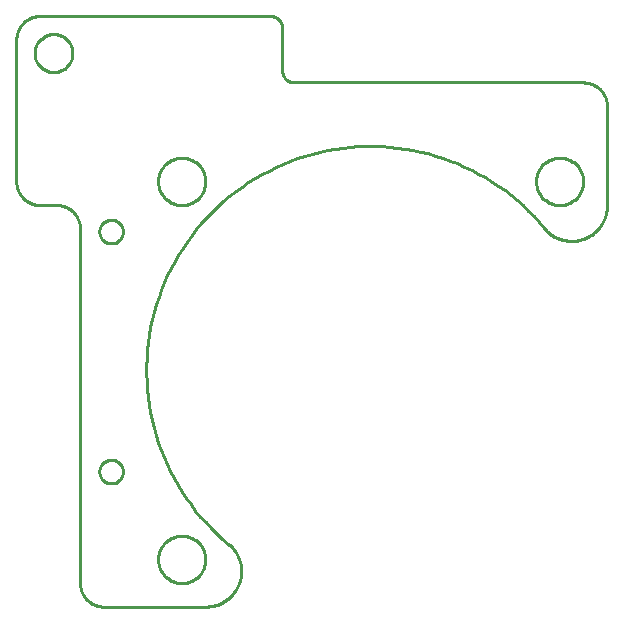
<source format=gbr>
G04 EAGLE Gerber RS-274X export*
G75*
%MOMM*%
%FSLAX34Y34*%
%LPD*%
%IN*%
%IPPOS*%
%AMOC8*
5,1,8,0,0,1.08239X$1,22.5*%
G01*
%ADD10C,0.254000*%


D10*
X-4000Y360000D02*
X-3988Y359317D01*
X-3953Y358635D01*
X-3895Y357955D01*
X-3814Y357277D01*
X-3709Y356602D01*
X-3582Y355931D01*
X-3431Y355265D01*
X-3258Y354604D01*
X-3063Y353950D01*
X-2845Y353302D01*
X-2606Y352663D01*
X-2344Y352032D01*
X-2062Y351410D01*
X-1758Y350799D01*
X-1433Y350198D01*
X-1088Y349608D01*
X-724Y349031D01*
X-339Y348466D01*
X64Y347915D01*
X486Y347378D01*
X926Y346856D01*
X1383Y346349D01*
X1858Y345858D01*
X2349Y345383D01*
X2856Y344926D01*
X3378Y344486D01*
X3915Y344064D01*
X4466Y343661D01*
X5031Y343276D01*
X5608Y342912D01*
X6198Y342567D01*
X6799Y342242D01*
X7410Y341939D01*
X8032Y341656D01*
X8663Y341394D01*
X9302Y341155D01*
X9950Y340937D01*
X10604Y340742D01*
X11265Y340569D01*
X11931Y340418D01*
X12602Y340291D01*
X13277Y340186D01*
X13955Y340105D01*
X14635Y340047D01*
X15317Y340012D01*
X16000Y340000D01*
X30000Y340000D01*
X30683Y339988D01*
X31365Y339953D01*
X32045Y339895D01*
X32723Y339814D01*
X33398Y339709D01*
X34069Y339582D01*
X34735Y339431D01*
X35396Y339258D01*
X36050Y339063D01*
X36698Y338845D01*
X37337Y338606D01*
X37968Y338344D01*
X38590Y338062D01*
X39201Y337758D01*
X39802Y337433D01*
X40392Y337088D01*
X40969Y336724D01*
X41534Y336339D01*
X42085Y335936D01*
X42622Y335514D01*
X43144Y335074D01*
X43651Y334617D01*
X44142Y334142D01*
X44617Y333651D01*
X45074Y333144D01*
X45514Y332622D01*
X45936Y332085D01*
X46339Y331534D01*
X46724Y330969D01*
X47088Y330392D01*
X47433Y329802D01*
X47758Y329201D01*
X48062Y328590D01*
X48344Y327968D01*
X48606Y327337D01*
X48845Y326698D01*
X49063Y326050D01*
X49258Y325396D01*
X49431Y324735D01*
X49582Y324069D01*
X49709Y323398D01*
X49814Y322723D01*
X49895Y322045D01*
X49953Y321365D01*
X49988Y320683D01*
X50000Y320000D01*
X50000Y20000D01*
X50012Y19317D01*
X50047Y18635D01*
X50105Y17955D01*
X50186Y17277D01*
X50291Y16602D01*
X50418Y15931D01*
X50569Y15265D01*
X50742Y14604D01*
X50937Y13950D01*
X51155Y13302D01*
X51394Y12663D01*
X51656Y12032D01*
X51939Y11410D01*
X52242Y10799D01*
X52567Y10198D01*
X52912Y9608D01*
X53276Y9031D01*
X53661Y8466D01*
X54064Y7915D01*
X54486Y7378D01*
X54926Y6856D01*
X55383Y6349D01*
X55858Y5858D01*
X56349Y5383D01*
X56856Y4926D01*
X57378Y4486D01*
X57915Y4064D01*
X58466Y3661D01*
X59031Y3276D01*
X59608Y2912D01*
X60198Y2567D01*
X60799Y2242D01*
X61410Y1939D01*
X62032Y1656D01*
X62663Y1394D01*
X63302Y1155D01*
X63950Y937D01*
X64604Y742D01*
X65265Y569D01*
X65931Y418D01*
X66602Y291D01*
X67277Y186D01*
X67955Y105D01*
X68635Y47D01*
X69317Y12D01*
X70000Y0D01*
X156358Y0D01*
X157394Y18D01*
X158430Y72D01*
X159463Y161D01*
X160492Y286D01*
X161516Y447D01*
X162534Y643D01*
X163545Y874D01*
X164547Y1140D01*
X165540Y1440D01*
X166521Y1774D01*
X167490Y2142D01*
X168446Y2544D01*
X169388Y2978D01*
X170314Y3444D01*
X171223Y3942D01*
X172115Y4471D01*
X172988Y5031D01*
X173840Y5621D01*
X174672Y6239D01*
X175483Y6886D01*
X176270Y7561D01*
X177033Y8263D01*
X177772Y8990D01*
X178485Y9743D01*
X179172Y10519D01*
X179832Y11319D01*
X180463Y12142D01*
X181066Y12985D01*
X181639Y13849D01*
X182182Y14733D01*
X182694Y15634D01*
X183175Y16553D01*
X183624Y17487D01*
X184040Y18437D01*
X184423Y19400D01*
X184772Y20377D01*
X185088Y21364D01*
X185369Y22362D01*
X185616Y23369D01*
X185827Y24384D01*
X186004Y25406D01*
X186145Y26433D01*
X186250Y27465D01*
X186320Y28499D01*
X186354Y29535D01*
X186352Y30572D01*
X186315Y31608D01*
X186241Y32642D01*
X186132Y33673D01*
X185987Y34700D01*
X185807Y35721D01*
X185592Y36735D01*
X185342Y37742D01*
X185057Y38739D01*
X184738Y39725D01*
X184385Y40700D01*
X183998Y41662D01*
X183579Y42610D01*
X183127Y43543D01*
X182643Y44460D01*
X182127Y45360D01*
X181581Y46241D01*
X181005Y47103D01*
X180399Y47945D01*
X179765Y48765D01*
X179102Y49562D01*
X178413Y50337D01*
X177697Y51086D01*
X176955Y51811D01*
X176189Y52510D01*
X175400Y53182D01*
X170370Y57462D01*
X165492Y61914D01*
X160772Y66533D01*
X156215Y71314D01*
X151827Y76249D01*
X147614Y81335D01*
X143579Y86563D01*
X139729Y91929D01*
X136067Y97425D01*
X132599Y103046D01*
X129328Y108783D01*
X126259Y114631D01*
X123394Y120581D01*
X120739Y126628D01*
X118295Y132763D01*
X116065Y138980D01*
X114053Y145270D01*
X112261Y151627D01*
X110691Y158042D01*
X109345Y164507D01*
X108224Y171016D01*
X107330Y177559D01*
X106664Y184130D01*
X106227Y190720D01*
X106019Y197321D01*
X106041Y203925D01*
X106292Y210524D01*
X106772Y217111D01*
X107481Y223677D01*
X108418Y230214D01*
X109581Y236715D01*
X110970Y243172D01*
X112582Y249577D01*
X114416Y255921D01*
X116469Y262198D01*
X118739Y268400D01*
X121223Y274519D01*
X123919Y280548D01*
X126822Y286480D01*
X129930Y292307D01*
X133238Y298023D01*
X136743Y303621D01*
X140441Y309093D01*
X144326Y314433D01*
X148395Y319635D01*
X152642Y324693D01*
X157062Y329600D01*
X161650Y334350D01*
X166400Y338938D01*
X171307Y343359D01*
X176365Y347606D01*
X181567Y351674D01*
X186907Y355560D01*
X192379Y359257D01*
X197977Y362762D01*
X203693Y366070D01*
X209520Y369178D01*
X215452Y372081D01*
X221481Y374777D01*
X227600Y377261D01*
X233802Y379531D01*
X240079Y381584D01*
X246424Y383418D01*
X252828Y385030D01*
X259285Y386419D01*
X265786Y387582D01*
X272323Y388519D01*
X278889Y389228D01*
X285476Y389708D01*
X292075Y389960D01*
X298680Y389981D01*
X305281Y389773D01*
X311870Y389336D01*
X318441Y388670D01*
X324984Y387776D01*
X331493Y386656D01*
X337958Y385309D01*
X344373Y383739D01*
X350730Y381947D01*
X357020Y379935D01*
X363237Y377706D01*
X369372Y375261D01*
X375419Y372606D01*
X381369Y369741D01*
X387217Y366672D01*
X392954Y363401D01*
X398575Y359933D01*
X404071Y356271D01*
X409437Y352421D01*
X414665Y348386D01*
X419751Y344173D01*
X424687Y339785D01*
X429467Y335228D01*
X434086Y330508D01*
X438538Y325630D01*
X442818Y320600D01*
X443490Y319811D01*
X444189Y319045D01*
X444914Y318303D01*
X445664Y317587D01*
X446438Y316898D01*
X447236Y316235D01*
X448056Y315601D01*
X448897Y314995D01*
X449759Y314419D01*
X450640Y313873D01*
X451540Y313357D01*
X452457Y312873D01*
X453390Y312421D01*
X454338Y312002D01*
X455300Y311615D01*
X456275Y311262D01*
X457262Y310943D01*
X458258Y310659D01*
X459265Y310408D01*
X460279Y310193D01*
X461300Y310013D01*
X462327Y309868D01*
X463358Y309759D01*
X464392Y309686D01*
X465428Y309648D01*
X466465Y309646D01*
X467501Y309680D01*
X468536Y309750D01*
X469567Y309855D01*
X470594Y309996D01*
X471616Y310173D01*
X472631Y310384D01*
X473638Y310631D01*
X474636Y310912D01*
X475623Y311228D01*
X476600Y311577D01*
X477563Y311960D01*
X478513Y312376D01*
X479447Y312825D01*
X480366Y313306D01*
X481268Y313818D01*
X482151Y314361D01*
X483015Y314934D01*
X483858Y315537D01*
X484681Y316168D01*
X485481Y316828D01*
X486257Y317515D01*
X487010Y318228D01*
X487737Y318967D01*
X488439Y319730D01*
X489114Y320518D01*
X489761Y321328D01*
X490379Y322160D01*
X490969Y323013D01*
X491529Y323885D01*
X492058Y324777D01*
X492556Y325686D01*
X493022Y326612D01*
X493457Y327554D01*
X493858Y328510D01*
X494226Y329479D01*
X494560Y330460D01*
X494861Y331453D01*
X495126Y332455D01*
X495357Y333466D01*
X495553Y334484D01*
X495714Y335508D01*
X495839Y336537D01*
X495928Y337570D01*
X495982Y338606D01*
X496000Y339642D01*
X496000Y423810D01*
X495988Y424493D01*
X495953Y425175D01*
X495895Y425855D01*
X495814Y426533D01*
X495709Y427208D01*
X495582Y427879D01*
X495431Y428545D01*
X495258Y429206D01*
X495063Y429860D01*
X494845Y430508D01*
X494606Y431147D01*
X494344Y431778D01*
X494062Y432400D01*
X493758Y433011D01*
X493433Y433612D01*
X493088Y434202D01*
X492724Y434779D01*
X492339Y435344D01*
X491936Y435895D01*
X491514Y436432D01*
X491074Y436954D01*
X490617Y437461D01*
X490142Y437952D01*
X489651Y438427D01*
X489144Y438884D01*
X488622Y439324D01*
X488085Y439746D01*
X487534Y440149D01*
X486969Y440534D01*
X486392Y440898D01*
X485802Y441243D01*
X485201Y441568D01*
X484590Y441872D01*
X483968Y442154D01*
X483337Y442416D01*
X482698Y442655D01*
X482050Y442873D01*
X481396Y443068D01*
X480735Y443241D01*
X480069Y443392D01*
X479398Y443519D01*
X478723Y443624D01*
X478045Y443705D01*
X477365Y443763D01*
X476683Y443798D01*
X476000Y443810D01*
X231080Y443810D01*
X230739Y443816D01*
X230398Y443833D01*
X230057Y443862D01*
X229718Y443903D01*
X229381Y443955D01*
X229045Y444019D01*
X228712Y444094D01*
X228382Y444181D01*
X228055Y444279D01*
X227731Y444387D01*
X227412Y444507D01*
X227096Y444638D01*
X226785Y444779D01*
X226479Y444931D01*
X226179Y445093D01*
X225884Y445266D01*
X225596Y445448D01*
X225313Y445640D01*
X225038Y445842D01*
X224769Y446053D01*
X224508Y446273D01*
X224255Y446502D01*
X224009Y446739D01*
X223772Y446985D01*
X223543Y447238D01*
X223323Y447499D01*
X223112Y447768D01*
X222910Y448043D01*
X222718Y448326D01*
X222536Y448614D01*
X222363Y448909D01*
X222201Y449209D01*
X222049Y449515D01*
X221908Y449826D01*
X221777Y450142D01*
X221657Y450461D01*
X221549Y450785D01*
X221451Y451112D01*
X221364Y451442D01*
X221289Y451775D01*
X221225Y452111D01*
X221173Y452448D01*
X221132Y452787D01*
X221103Y453128D01*
X221086Y453469D01*
X221080Y453810D01*
X221080Y490000D01*
X221074Y490341D01*
X221057Y490682D01*
X221028Y491023D01*
X220987Y491362D01*
X220935Y491699D01*
X220871Y492035D01*
X220796Y492368D01*
X220709Y492698D01*
X220611Y493025D01*
X220503Y493349D01*
X220383Y493669D01*
X220252Y493984D01*
X220111Y494295D01*
X219959Y494601D01*
X219797Y494901D01*
X219624Y495196D01*
X219442Y495485D01*
X219250Y495767D01*
X219048Y496042D01*
X218837Y496311D01*
X218617Y496572D01*
X218388Y496826D01*
X218151Y497071D01*
X217906Y497308D01*
X217652Y497537D01*
X217391Y497757D01*
X217122Y497968D01*
X216847Y498170D01*
X216565Y498362D01*
X216276Y498544D01*
X215981Y498717D01*
X215681Y498879D01*
X215375Y499031D01*
X215064Y499172D01*
X214749Y499303D01*
X214429Y499423D01*
X214105Y499531D01*
X213778Y499629D01*
X213448Y499716D01*
X213115Y499791D01*
X212779Y499855D01*
X212442Y499907D01*
X212103Y499948D01*
X211762Y499977D01*
X211421Y499994D01*
X211080Y500000D01*
X16000Y500000D01*
X15317Y499988D01*
X14635Y499953D01*
X13955Y499895D01*
X13277Y499814D01*
X12602Y499709D01*
X11931Y499582D01*
X11265Y499431D01*
X10604Y499258D01*
X9950Y499063D01*
X9302Y498845D01*
X8663Y498606D01*
X8032Y498344D01*
X7410Y498062D01*
X6799Y497758D01*
X6198Y497433D01*
X5608Y497088D01*
X5031Y496724D01*
X4466Y496339D01*
X3915Y495936D01*
X3378Y495514D01*
X2856Y495074D01*
X2349Y494617D01*
X1858Y494142D01*
X1383Y493651D01*
X926Y493144D01*
X486Y492622D01*
X64Y492085D01*
X-339Y491534D01*
X-724Y490969D01*
X-1088Y490392D01*
X-1433Y489802D01*
X-1758Y489201D01*
X-2062Y488590D01*
X-2344Y487968D01*
X-2606Y487337D01*
X-2845Y486698D01*
X-3063Y486050D01*
X-3258Y485396D01*
X-3431Y484735D01*
X-3582Y484069D01*
X-3709Y483398D01*
X-3814Y482723D01*
X-3895Y482045D01*
X-3953Y481365D01*
X-3988Y480683D01*
X-4000Y480000D01*
X-4000Y360000D01*
X43500Y468106D02*
X43432Y467061D01*
X43295Y466022D01*
X43090Y464995D01*
X42819Y463983D01*
X42483Y462991D01*
X42082Y462023D01*
X41618Y461084D01*
X41095Y460176D01*
X40513Y459305D01*
X39875Y458474D01*
X39184Y457687D01*
X38443Y456946D01*
X37656Y456255D01*
X36825Y455618D01*
X35954Y455036D01*
X35046Y454512D01*
X34107Y454048D01*
X33139Y453647D01*
X32147Y453311D01*
X31135Y453040D01*
X30108Y452835D01*
X29069Y452699D01*
X28024Y452630D01*
X26976Y452630D01*
X25931Y452699D01*
X24892Y452835D01*
X23865Y453040D01*
X22853Y453311D01*
X21861Y453647D01*
X20893Y454048D01*
X19954Y454512D01*
X19046Y455036D01*
X18175Y455618D01*
X17344Y456255D01*
X16557Y456946D01*
X15816Y457687D01*
X15125Y458474D01*
X14488Y459305D01*
X13906Y460176D01*
X13382Y461084D01*
X12918Y462023D01*
X12517Y462991D01*
X12181Y463983D01*
X11910Y464995D01*
X11705Y466022D01*
X11569Y467061D01*
X11500Y468106D01*
X11500Y469154D01*
X11569Y470199D01*
X11705Y471238D01*
X11910Y472265D01*
X12181Y473277D01*
X12517Y474269D01*
X12918Y475237D01*
X13382Y476176D01*
X13906Y477084D01*
X14488Y477955D01*
X15125Y478786D01*
X15816Y479573D01*
X16557Y480314D01*
X17344Y481005D01*
X18175Y481643D01*
X19046Y482225D01*
X19954Y482748D01*
X20893Y483212D01*
X21861Y483613D01*
X22853Y483949D01*
X23865Y484220D01*
X24892Y484425D01*
X25931Y484562D01*
X26976Y484630D01*
X28024Y484630D01*
X29069Y484562D01*
X30108Y484425D01*
X31135Y484220D01*
X32147Y483949D01*
X33139Y483613D01*
X34107Y483212D01*
X35046Y482748D01*
X35954Y482225D01*
X36825Y481643D01*
X37656Y481005D01*
X38443Y480314D01*
X39184Y479573D01*
X39875Y478786D01*
X40513Y477955D01*
X41095Y477084D01*
X41618Y476176D01*
X42082Y475237D01*
X42483Y474269D01*
X42819Y473277D01*
X43090Y472265D01*
X43295Y471238D01*
X43432Y470199D01*
X43500Y469154D01*
X43500Y468106D01*
X156000Y359396D02*
X155927Y358189D01*
X155781Y356989D01*
X155563Y355800D01*
X155274Y354627D01*
X154915Y353473D01*
X154486Y352343D01*
X153990Y351241D01*
X153428Y350170D01*
X152803Y349136D01*
X152116Y348141D01*
X151371Y347190D01*
X150569Y346285D01*
X149715Y345431D01*
X148810Y344629D01*
X147859Y343884D01*
X146864Y343197D01*
X145830Y342572D01*
X144759Y342010D01*
X143657Y341514D01*
X142527Y341085D01*
X141373Y340726D01*
X140200Y340437D01*
X139011Y340219D01*
X137811Y340073D01*
X136604Y340000D01*
X135396Y340000D01*
X134189Y340073D01*
X132989Y340219D01*
X131800Y340437D01*
X130627Y340726D01*
X129473Y341085D01*
X128343Y341514D01*
X127241Y342010D01*
X126170Y342572D01*
X125136Y343197D01*
X124141Y343884D01*
X123190Y344629D01*
X122285Y345431D01*
X121431Y346285D01*
X120629Y347190D01*
X119884Y348141D01*
X119197Y349136D01*
X118572Y350170D01*
X118010Y351241D01*
X117514Y352343D01*
X117085Y353473D01*
X116726Y354627D01*
X116437Y355800D01*
X116219Y356989D01*
X116073Y358189D01*
X116000Y359396D01*
X116000Y360604D01*
X116073Y361811D01*
X116219Y363011D01*
X116437Y364200D01*
X116726Y365373D01*
X117085Y366527D01*
X117514Y367657D01*
X118010Y368759D01*
X118572Y369830D01*
X119197Y370864D01*
X119884Y371859D01*
X120629Y372810D01*
X121431Y373715D01*
X122285Y374569D01*
X123190Y375371D01*
X124141Y376116D01*
X125136Y376803D01*
X126170Y377428D01*
X127241Y377990D01*
X128343Y378486D01*
X129473Y378915D01*
X130627Y379274D01*
X131800Y379563D01*
X132989Y379781D01*
X134189Y379927D01*
X135396Y380000D01*
X136604Y380000D01*
X137811Y379927D01*
X139011Y379781D01*
X140200Y379563D01*
X141373Y379274D01*
X142527Y378915D01*
X143657Y378486D01*
X144759Y377990D01*
X145830Y377428D01*
X146864Y376803D01*
X147859Y376116D01*
X148810Y375371D01*
X149715Y374569D01*
X150569Y373715D01*
X151371Y372810D01*
X152116Y371859D01*
X152803Y370864D01*
X153428Y369830D01*
X153990Y368759D01*
X154486Y367657D01*
X154915Y366527D01*
X155274Y365373D01*
X155563Y364200D01*
X155781Y363011D01*
X155927Y361811D01*
X156000Y360604D01*
X156000Y359396D01*
X156000Y39396D02*
X155927Y38189D01*
X155781Y36989D01*
X155563Y35800D01*
X155274Y34627D01*
X154915Y33473D01*
X154486Y32343D01*
X153990Y31241D01*
X153428Y30170D01*
X152803Y29136D01*
X152116Y28141D01*
X151371Y27190D01*
X150569Y26285D01*
X149715Y25431D01*
X148810Y24629D01*
X147859Y23884D01*
X146864Y23197D01*
X145830Y22572D01*
X144759Y22010D01*
X143657Y21514D01*
X142527Y21085D01*
X141373Y20726D01*
X140200Y20437D01*
X139011Y20219D01*
X137811Y20073D01*
X136604Y20000D01*
X135396Y20000D01*
X134189Y20073D01*
X132989Y20219D01*
X131800Y20437D01*
X130627Y20726D01*
X129473Y21085D01*
X128343Y21514D01*
X127241Y22010D01*
X126170Y22572D01*
X125136Y23197D01*
X124141Y23884D01*
X123190Y24629D01*
X122285Y25431D01*
X121431Y26285D01*
X120629Y27190D01*
X119884Y28141D01*
X119197Y29136D01*
X118572Y30170D01*
X118010Y31241D01*
X117514Y32343D01*
X117085Y33473D01*
X116726Y34627D01*
X116437Y35800D01*
X116219Y36989D01*
X116073Y38189D01*
X116000Y39396D01*
X116000Y40604D01*
X116073Y41811D01*
X116219Y43011D01*
X116437Y44200D01*
X116726Y45373D01*
X117085Y46527D01*
X117514Y47657D01*
X118010Y48759D01*
X118572Y49830D01*
X119197Y50864D01*
X119884Y51859D01*
X120629Y52810D01*
X121431Y53715D01*
X122285Y54569D01*
X123190Y55371D01*
X124141Y56116D01*
X125136Y56803D01*
X126170Y57428D01*
X127241Y57990D01*
X128343Y58486D01*
X129473Y58915D01*
X130627Y59274D01*
X131800Y59563D01*
X132989Y59781D01*
X134189Y59927D01*
X135396Y60000D01*
X136604Y60000D01*
X137811Y59927D01*
X139011Y59781D01*
X140200Y59563D01*
X141373Y59274D01*
X142527Y58915D01*
X143657Y58486D01*
X144759Y57990D01*
X145830Y57428D01*
X146864Y56803D01*
X147859Y56116D01*
X148810Y55371D01*
X149715Y54569D01*
X150569Y53715D01*
X151371Y52810D01*
X152116Y51859D01*
X152803Y50864D01*
X153428Y49830D01*
X153990Y48759D01*
X154486Y47657D01*
X154915Y46527D01*
X155274Y45373D01*
X155563Y44200D01*
X155781Y43011D01*
X155927Y41811D01*
X156000Y40604D01*
X156000Y39396D01*
X476000Y359396D02*
X475927Y358189D01*
X475781Y356989D01*
X475563Y355800D01*
X475274Y354627D01*
X474915Y353473D01*
X474486Y352343D01*
X473990Y351241D01*
X473428Y350170D01*
X472803Y349136D01*
X472116Y348141D01*
X471371Y347190D01*
X470569Y346285D01*
X469715Y345431D01*
X468810Y344629D01*
X467859Y343884D01*
X466864Y343197D01*
X465830Y342572D01*
X464759Y342010D01*
X463657Y341514D01*
X462527Y341085D01*
X461373Y340726D01*
X460200Y340437D01*
X459011Y340219D01*
X457811Y340073D01*
X456604Y340000D01*
X455396Y340000D01*
X454189Y340073D01*
X452989Y340219D01*
X451800Y340437D01*
X450627Y340726D01*
X449473Y341085D01*
X448343Y341514D01*
X447241Y342010D01*
X446170Y342572D01*
X445136Y343197D01*
X444141Y343884D01*
X443190Y344629D01*
X442285Y345431D01*
X441431Y346285D01*
X440629Y347190D01*
X439884Y348141D01*
X439197Y349136D01*
X438572Y350170D01*
X438010Y351241D01*
X437514Y352343D01*
X437085Y353473D01*
X436726Y354627D01*
X436437Y355800D01*
X436219Y356989D01*
X436073Y358189D01*
X436000Y359396D01*
X436000Y360604D01*
X436073Y361811D01*
X436219Y363011D01*
X436437Y364200D01*
X436726Y365373D01*
X437085Y366527D01*
X437514Y367657D01*
X438010Y368759D01*
X438572Y369830D01*
X439197Y370864D01*
X439884Y371859D01*
X440629Y372810D01*
X441431Y373715D01*
X442285Y374569D01*
X443190Y375371D01*
X444141Y376116D01*
X445136Y376803D01*
X446170Y377428D01*
X447241Y377990D01*
X448343Y378486D01*
X449473Y378915D01*
X450627Y379274D01*
X451800Y379563D01*
X452989Y379781D01*
X454189Y379927D01*
X455396Y380000D01*
X456604Y380000D01*
X457811Y379927D01*
X459011Y379781D01*
X460200Y379563D01*
X461373Y379274D01*
X462527Y378915D01*
X463657Y378486D01*
X464759Y377990D01*
X465830Y377428D01*
X466864Y376803D01*
X467859Y376116D01*
X468810Y375371D01*
X469715Y374569D01*
X470569Y373715D01*
X471371Y372810D01*
X472116Y371859D01*
X472803Y370864D01*
X473428Y369830D01*
X473990Y368759D01*
X474486Y367657D01*
X474915Y366527D01*
X475274Y365373D01*
X475563Y364200D01*
X475781Y363011D01*
X475927Y361811D01*
X476000Y360604D01*
X476000Y359396D01*
X86200Y113863D02*
X86124Y112994D01*
X85972Y112134D01*
X85746Y111290D01*
X85448Y110470D01*
X85079Y109678D01*
X84642Y108922D01*
X84141Y108207D01*
X83580Y107538D01*
X82962Y106920D01*
X82293Y106359D01*
X81578Y105858D01*
X80822Y105421D01*
X80030Y105052D01*
X79210Y104754D01*
X78366Y104528D01*
X77507Y104376D01*
X76637Y104300D01*
X75763Y104300D01*
X74894Y104376D01*
X74034Y104528D01*
X73190Y104754D01*
X72370Y105052D01*
X71578Y105421D01*
X70822Y105858D01*
X70107Y106359D01*
X69438Y106920D01*
X68820Y107538D01*
X68259Y108207D01*
X67758Y108922D01*
X67321Y109678D01*
X66952Y110470D01*
X66654Y111290D01*
X66428Y112134D01*
X66276Y112994D01*
X66200Y113863D01*
X66200Y114737D01*
X66276Y115607D01*
X66428Y116466D01*
X66654Y117310D01*
X66952Y118130D01*
X67321Y118922D01*
X67758Y119678D01*
X68259Y120393D01*
X68820Y121062D01*
X69438Y121680D01*
X70107Y122241D01*
X70822Y122742D01*
X71578Y123179D01*
X72370Y123548D01*
X73190Y123846D01*
X74034Y124072D01*
X74894Y124224D01*
X75763Y124300D01*
X76637Y124300D01*
X77507Y124224D01*
X78366Y124072D01*
X79210Y123846D01*
X80030Y123548D01*
X80822Y123179D01*
X81578Y122742D01*
X82293Y122241D01*
X82962Y121680D01*
X83580Y121062D01*
X84141Y120393D01*
X84642Y119678D01*
X85079Y118922D01*
X85448Y118130D01*
X85746Y117310D01*
X85972Y116466D01*
X86124Y115607D01*
X86200Y114737D01*
X86200Y113863D01*
X86200Y317063D02*
X86124Y316194D01*
X85972Y315334D01*
X85746Y314490D01*
X85448Y313670D01*
X85079Y312878D01*
X84642Y312122D01*
X84141Y311407D01*
X83580Y310738D01*
X82962Y310120D01*
X82293Y309559D01*
X81578Y309058D01*
X80822Y308621D01*
X80030Y308252D01*
X79210Y307954D01*
X78366Y307728D01*
X77507Y307576D01*
X76637Y307500D01*
X75763Y307500D01*
X74894Y307576D01*
X74034Y307728D01*
X73190Y307954D01*
X72370Y308252D01*
X71578Y308621D01*
X70822Y309058D01*
X70107Y309559D01*
X69438Y310120D01*
X68820Y310738D01*
X68259Y311407D01*
X67758Y312122D01*
X67321Y312878D01*
X66952Y313670D01*
X66654Y314490D01*
X66428Y315334D01*
X66276Y316194D01*
X66200Y317063D01*
X66200Y317937D01*
X66276Y318807D01*
X66428Y319666D01*
X66654Y320510D01*
X66952Y321330D01*
X67321Y322122D01*
X67758Y322878D01*
X68259Y323593D01*
X68820Y324262D01*
X69438Y324880D01*
X70107Y325441D01*
X70822Y325942D01*
X71578Y326379D01*
X72370Y326748D01*
X73190Y327046D01*
X74034Y327272D01*
X74894Y327424D01*
X75763Y327500D01*
X76637Y327500D01*
X77507Y327424D01*
X78366Y327272D01*
X79210Y327046D01*
X80030Y326748D01*
X80822Y326379D01*
X81578Y325942D01*
X82293Y325441D01*
X82962Y324880D01*
X83580Y324262D01*
X84141Y323593D01*
X84642Y322878D01*
X85079Y322122D01*
X85448Y321330D01*
X85746Y320510D01*
X85972Y319666D01*
X86124Y318807D01*
X86200Y317937D01*
X86200Y317063D01*
M02*

</source>
